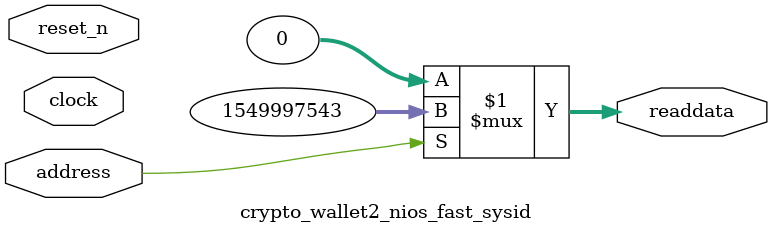
<source format=v>



// synthesis translate_off
`timescale 1ns / 1ps
// synthesis translate_on

// turn off superfluous verilog processor warnings 
// altera message_level Level1 
// altera message_off 10034 10035 10036 10037 10230 10240 10030 

module crypto_wallet2_nios_fast_sysid (
               // inputs:
                address,
                clock,
                reset_n,

               // outputs:
                readdata
             )
;

  output  [ 31: 0] readdata;
  input            address;
  input            clock;
  input            reset_n;

  wire    [ 31: 0] readdata;
  //control_slave, which is an e_avalon_slave
  assign readdata = address ? 1549997543 : 0;

endmodule



</source>
